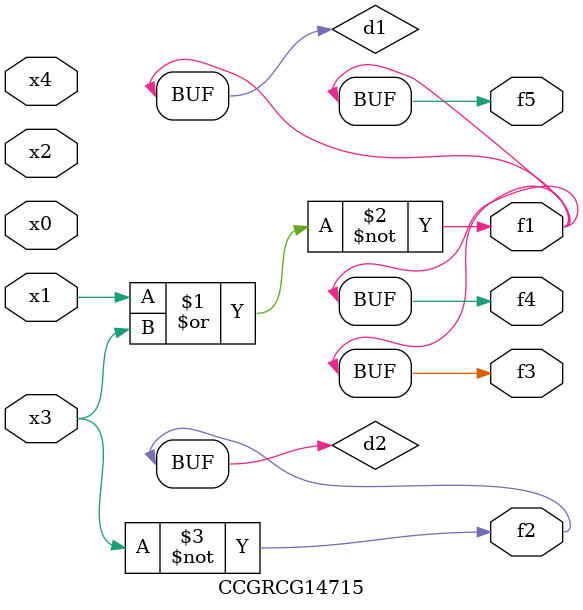
<source format=v>
module CCGRCG14715(
	input x0, x1, x2, x3, x4,
	output f1, f2, f3, f4, f5
);

	wire d1, d2;

	nor (d1, x1, x3);
	not (d2, x3);
	assign f1 = d1;
	assign f2 = d2;
	assign f3 = d1;
	assign f4 = d1;
	assign f5 = d1;
endmodule

</source>
